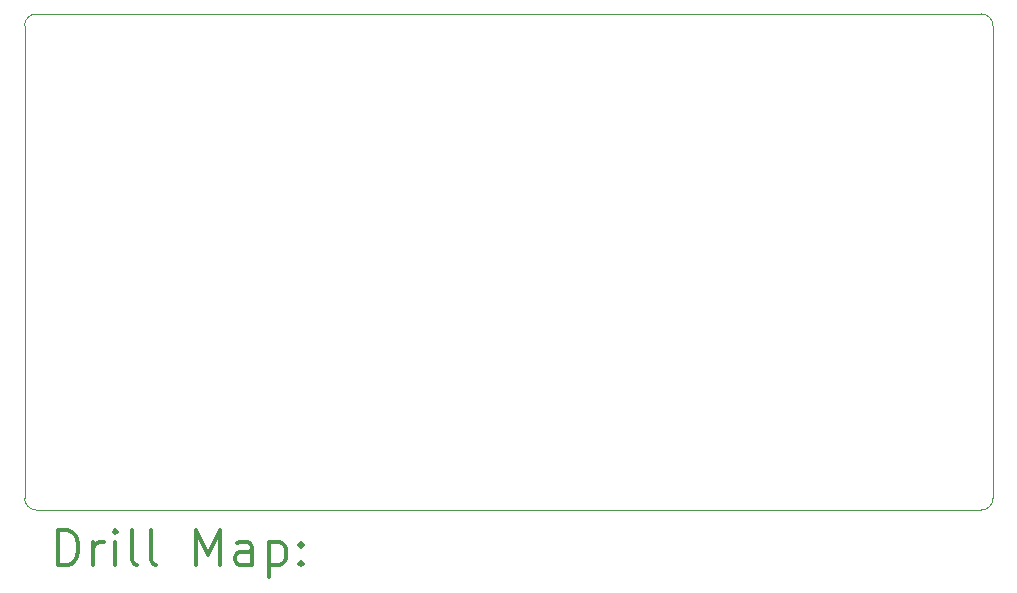
<source format=gbr>
%FSLAX45Y45*%
G04 Gerber Fmt 4.5, Leading zero omitted, Abs format (unit mm)*
G04 Created by KiCad (PCBNEW 5.1.10-88a1d61d58~90~ubuntu20.04.1) date 2021-08-07 17:50:32*
%MOMM*%
%LPD*%
G01*
G04 APERTURE LIST*
%TA.AperFunction,Profile*%
%ADD10C,0.050000*%
%TD*%
%ADD11C,0.200000*%
%ADD12C,0.300000*%
G04 APERTURE END LIST*
D10*
X17200000Y-12100000D02*
G75*
G02*
X17100000Y-12200000I-100000J0D01*
G01*
X9100000Y-12200000D02*
G75*
G02*
X9000000Y-12100000I0J100000D01*
G01*
X9000000Y-8100000D02*
X9000000Y-12100000D01*
X17200000Y-8100000D02*
X17200000Y-12100000D01*
X9000000Y-8100000D02*
G75*
G02*
X9100000Y-8000000I100000J0D01*
G01*
X9100000Y-8000000D02*
X17100000Y-8000000D01*
X17100000Y-8000000D02*
G75*
G02*
X17200000Y-8100000I0J-100000D01*
G01*
X17100000Y-12200000D02*
X9100000Y-12200000D01*
D11*
D12*
X9283928Y-12668214D02*
X9283928Y-12368214D01*
X9355357Y-12368214D01*
X9398214Y-12382500D01*
X9426786Y-12411071D01*
X9441071Y-12439643D01*
X9455357Y-12496786D01*
X9455357Y-12539643D01*
X9441071Y-12596786D01*
X9426786Y-12625357D01*
X9398214Y-12653929D01*
X9355357Y-12668214D01*
X9283928Y-12668214D01*
X9583928Y-12668214D02*
X9583928Y-12468214D01*
X9583928Y-12525357D02*
X9598214Y-12496786D01*
X9612500Y-12482500D01*
X9641071Y-12468214D01*
X9669643Y-12468214D01*
X9769643Y-12668214D02*
X9769643Y-12468214D01*
X9769643Y-12368214D02*
X9755357Y-12382500D01*
X9769643Y-12396786D01*
X9783928Y-12382500D01*
X9769643Y-12368214D01*
X9769643Y-12396786D01*
X9955357Y-12668214D02*
X9926786Y-12653929D01*
X9912500Y-12625357D01*
X9912500Y-12368214D01*
X10112500Y-12668214D02*
X10083928Y-12653929D01*
X10069643Y-12625357D01*
X10069643Y-12368214D01*
X10455357Y-12668214D02*
X10455357Y-12368214D01*
X10555357Y-12582500D01*
X10655357Y-12368214D01*
X10655357Y-12668214D01*
X10926786Y-12668214D02*
X10926786Y-12511071D01*
X10912500Y-12482500D01*
X10883928Y-12468214D01*
X10826786Y-12468214D01*
X10798214Y-12482500D01*
X10926786Y-12653929D02*
X10898214Y-12668214D01*
X10826786Y-12668214D01*
X10798214Y-12653929D01*
X10783928Y-12625357D01*
X10783928Y-12596786D01*
X10798214Y-12568214D01*
X10826786Y-12553929D01*
X10898214Y-12553929D01*
X10926786Y-12539643D01*
X11069643Y-12468214D02*
X11069643Y-12768214D01*
X11069643Y-12482500D02*
X11098214Y-12468214D01*
X11155357Y-12468214D01*
X11183928Y-12482500D01*
X11198214Y-12496786D01*
X11212500Y-12525357D01*
X11212500Y-12611071D01*
X11198214Y-12639643D01*
X11183928Y-12653929D01*
X11155357Y-12668214D01*
X11098214Y-12668214D01*
X11069643Y-12653929D01*
X11341071Y-12639643D02*
X11355357Y-12653929D01*
X11341071Y-12668214D01*
X11326786Y-12653929D01*
X11341071Y-12639643D01*
X11341071Y-12668214D01*
X11341071Y-12482500D02*
X11355357Y-12496786D01*
X11341071Y-12511071D01*
X11326786Y-12496786D01*
X11341071Y-12482500D01*
X11341071Y-12511071D01*
M02*

</source>
